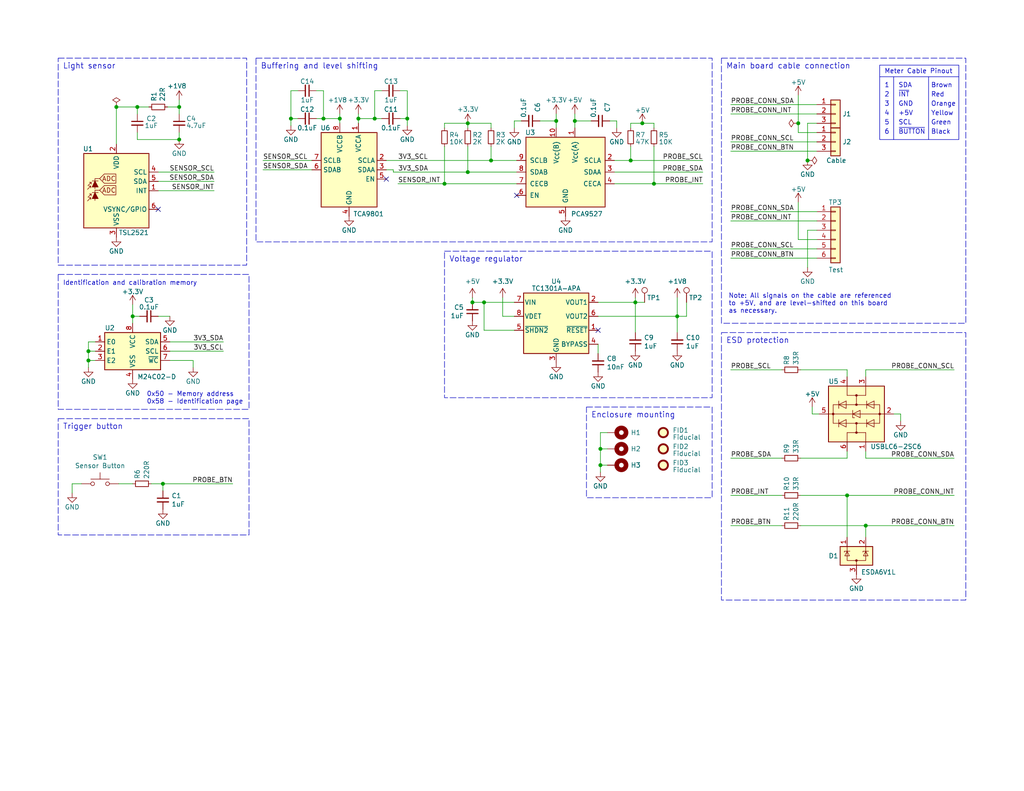
<source format=kicad_sch>
(kicad_sch (version 20230121) (generator eeschema)
  (paper "USLetter")
  (title_block (title "Printalyzer - Meter Probe (TSL2521)") (date "2023-12-08") (rev "D") (company "Dektronics, Inc.") (comment 1 "Derek Konigsberg"))
  (junction (at 175.26 33.655))
  (junction (at 178.435 50.165))
  (junction (at 48.895 38.1))
  (junction (at 217.805 33.655))
  (junction (at 92.71 32.385))
  (junction (at 163.83 122.555))
  (junction (at 156.845 33.02))
  (junction (at 127.635 33.655))
  (junction (at 102.235 32.385))
  (junction (at 97.79 32.385))
  (junction (at 79.375 32.385))
  (junction (at 231.14 135.255))
  (junction (at 37.465 29.21))
  (junction (at 111.125 32.385))
  (junction (at 173.355 82.55))
  (junction (at 121.285 50.165))
  (junction (at 128.905 82.55))
  (junction (at 151.765 33.02))
  (junction (at 184.785 86.36))
  (junction (at 132.08 82.55))
  (junction (at 88.265 32.385))
  (junction (at 220.345 43.815))
  (junction (at 236.22 143.51))
  (junction (at 24.13 98.425))
  (junction (at 24.13 95.885))
  (junction (at 44.45 132.08))
  (junction (at 163.83 127))
  (junction (at 127.635 46.99))
  (junction (at 48.895 29.21))
  (junction (at 172.085 43.815))
  (junction (at 36.195 86.36))
  (junction (at 31.75 29.21))
  (junction (at 133.985 43.815))
  (no_connect (at 163.195 90.17))
  (no_connect (at 140.97 53.34))
  (no_connect (at 43.18 57.15))
  (no_connect (at 105.41 48.895))
  (wire (pts (xy 137.16 81.28) (xy 137.16 86.36)))
  (wire (pts (xy 22.225 132.08) (xy 19.685 132.08)))
  (wire (pts (xy 231.14 100.965) (xy 218.44 100.965)))
  (wire (pts (xy 199.39 67.945) (xy 222.885 67.945)))
  (wire (pts (xy 24.13 93.345) (xy 24.13 95.885)))
  (wire (pts (xy 97.79 31.115) (xy 97.79 32.385)))
  (wire (pts (xy 107.315 46.355) (xy 105.41 46.355)))
  (wire (pts (xy 166.37 33.02) (xy 168.275 33.02)))
  (wire (pts (xy 86.36 32.385) (xy 88.265 32.385)))
  (wire (pts (xy 36.195 86.36) (xy 36.195 88.265)))
  (wire (pts (xy 97.79 32.385) (xy 97.79 33.655)))
  (wire (pts (xy 44.45 132.08) (xy 63.5 132.08)))
  (wire (pts (xy 199.39 28.575) (xy 222.885 28.575)))
  (wire (pts (xy 243.84 113.03) (xy 245.745 113.03)))
  (wire (pts (xy 88.265 24.765) (xy 88.265 32.385)))
  (wire (pts (xy 236.22 102.87) (xy 236.22 100.965)))
  (wire (pts (xy 19.685 132.08) (xy 19.685 134.62)))
  (wire (pts (xy 46.355 93.345) (xy 60.96 93.345)))
  (wire (pts (xy 175.26 33.655) (xy 178.435 33.655)))
  (wire (pts (xy 43.18 49.53) (xy 58.42 49.53)))
  (wire (pts (xy 40.64 29.21) (xy 37.465 29.21)))
  (wire (pts (xy 163.83 127) (xy 163.83 128.905)))
  (wire (pts (xy 199.39 60.325) (xy 222.885 60.325)))
  (wire (pts (xy 41.275 132.08) (xy 44.45 132.08)))
  (wire (pts (xy 217.805 55.245) (xy 217.805 65.405)))
  (wire (pts (xy 217.805 36.195) (xy 222.885 36.195)))
  (wire (pts (xy 167.64 43.815) (xy 172.085 43.815)))
  (wire (pts (xy 236.22 143.51) (xy 236.22 146.685)))
  (wire (pts (xy 140.335 33.02) (xy 140.335 34.925)))
  (wire (pts (xy 81.28 24.765) (xy 79.375 24.765)))
  (wire (pts (xy 231.14 102.87) (xy 231.14 100.965)))
  (wire (pts (xy 217.805 65.405) (xy 222.885 65.405)))
  (wire (pts (xy 222.885 33.655) (xy 220.345 33.655)))
  (wire (pts (xy 151.765 31.115) (xy 151.765 33.02)))
  (wire (pts (xy 218.44 143.51) (xy 236.22 143.51)))
  (wire (pts (xy 109.22 24.765) (xy 111.125 24.765)))
  (wire (pts (xy 31.75 29.21) (xy 31.75 39.37)))
  (wire (pts (xy 199.39 70.485) (xy 222.885 70.485)))
  (wire (pts (xy 48.895 29.21) (xy 48.895 31.115)))
  (polyline (pts (xy 253.365 20.955) (xy 253.365 38.1)) (stroke (width 0) (type solid)))
  (wire (pts (xy 132.08 90.17) (xy 132.08 82.55)))
  (wire (pts (xy 260.35 125.095) (xy 236.22 125.095)))
  (wire (pts (xy 199.39 57.785) (xy 222.885 57.785)))
  (wire (pts (xy 178.435 50.165) (xy 191.77 50.165)))
  (wire (pts (xy 199.39 125.095) (xy 213.36 125.095)))
  (wire (pts (xy 147.32 33.02) (xy 151.765 33.02)))
  (wire (pts (xy 45.72 29.21) (xy 48.895 29.21)))
  (wire (pts (xy 172.085 33.655) (xy 175.26 33.655)))
  (wire (pts (xy 172.085 43.815) (xy 191.77 43.815)))
  (wire (pts (xy 88.265 32.385) (xy 92.71 32.385)))
  (wire (pts (xy 199.39 41.275) (xy 222.885 41.275)))
  (wire (pts (xy 48.895 36.195) (xy 48.895 38.1)))
  (wire (pts (xy 163.83 122.555) (xy 163.83 127)))
  (wire (pts (xy 133.985 33.655) (xy 133.985 34.925)))
  (wire (pts (xy 167.64 46.99) (xy 191.77 46.99)))
  (wire (pts (xy 236.22 143.51) (xy 260.35 143.51)))
  (wire (pts (xy 102.235 32.385) (xy 104.14 32.385)))
  (wire (pts (xy 187.325 86.36) (xy 187.325 82.55)))
  (wire (pts (xy 71.755 46.355) (xy 85.09 46.355)))
  (wire (pts (xy 142.24 33.02) (xy 140.335 33.02)))
  (wire (pts (xy 220.345 33.655) (xy 220.345 43.815)))
  (wire (pts (xy 36.195 83.185) (xy 36.195 86.36)))
  (wire (pts (xy 140.335 90.17) (xy 132.08 90.17)))
  (wire (pts (xy 163.195 82.55) (xy 173.355 82.55)))
  (wire (pts (xy 173.355 82.55) (xy 173.355 90.805)))
  (wire (pts (xy 221.615 111.125) (xy 221.615 113.03)))
  (wire (pts (xy 184.785 81.28) (xy 184.785 86.36)))
  (wire (pts (xy 163.83 127) (xy 165.735 127)))
  (wire (pts (xy 79.375 32.385) (xy 79.375 34.29)))
  (wire (pts (xy 137.16 86.36) (xy 140.335 86.36)))
  (wire (pts (xy 199.39 38.735) (xy 222.885 38.735)))
  (wire (pts (xy 32.385 132.08) (xy 36.195 132.08)))
  (wire (pts (xy 127.635 40.005) (xy 127.635 46.99)))
  (wire (pts (xy 163.195 93.98) (xy 163.195 96.52)))
  (wire (pts (xy 173.355 82.55) (xy 175.895 82.55)))
  (wire (pts (xy 133.985 43.815) (xy 140.97 43.815)))
  (wire (pts (xy 38.1 86.36) (xy 36.195 86.36)))
  (wire (pts (xy 220.345 62.865) (xy 220.345 73.025)))
  (wire (pts (xy 127.635 34.925) (xy 127.635 33.655)))
  (wire (pts (xy 109.22 32.385) (xy 111.125 32.385)))
  (wire (pts (xy 163.195 86.36) (xy 184.785 86.36)))
  (wire (pts (xy 168.275 33.02) (xy 168.275 34.925)))
  (wire (pts (xy 167.64 50.165) (xy 178.435 50.165)))
  (wire (pts (xy 172.085 40.005) (xy 172.085 43.815)))
  (wire (pts (xy 156.845 33.02) (xy 161.29 33.02)))
  (wire (pts (xy 121.285 34.925) (xy 121.285 33.655)))
  (wire (pts (xy 199.39 100.965) (xy 213.36 100.965)))
  (wire (pts (xy 128.905 82.55) (xy 132.08 82.55)))
  (wire (pts (xy 156.845 33.02) (xy 156.845 34.925)))
  (wire (pts (xy 133.985 40.005) (xy 133.985 43.815)))
  (wire (pts (xy 222.885 62.865) (xy 220.345 62.865)))
  (wire (pts (xy 199.39 135.255) (xy 213.36 135.255)))
  (wire (pts (xy 24.13 98.425) (xy 24.13 100.33)))
  (wire (pts (xy 231.14 135.255) (xy 260.35 135.255)))
  (wire (pts (xy 43.18 52.07) (xy 58.42 52.07)))
  (wire (pts (xy 163.83 122.555) (xy 165.735 122.555)))
  (wire (pts (xy 121.285 50.165) (xy 140.97 50.165)))
  (wire (pts (xy 163.83 118.11) (xy 163.83 122.555)))
  (wire (pts (xy 92.71 32.385) (xy 92.71 33.655)))
  (wire (pts (xy 107.315 46.99) (xy 107.315 46.355)))
  (wire (pts (xy 127.635 33.655) (xy 133.985 33.655)))
  (wire (pts (xy 217.805 33.655) (xy 217.805 36.195)))
  (wire (pts (xy 48.895 27.305) (xy 48.895 29.21)))
  (wire (pts (xy 37.465 36.195) (xy 37.465 38.1)))
  (wire (pts (xy 107.315 46.99) (xy 127.635 46.99)))
  (wire (pts (xy 217.805 26.035) (xy 217.805 33.655)))
  (wire (pts (xy 43.18 46.99) (xy 58.42 46.99)))
  (wire (pts (xy 236.22 125.095) (xy 236.22 123.19)))
  (wire (pts (xy 92.71 31.115) (xy 92.71 32.385)))
  (wire (pts (xy 178.435 40.005) (xy 178.435 50.165)))
  (wire (pts (xy 37.465 29.21) (xy 37.465 31.115)))
  (wire (pts (xy 104.14 24.765) (xy 102.235 24.765)))
  (wire (pts (xy 151.765 33.02) (xy 151.765 34.925)))
  (wire (pts (xy 173.355 81.28) (xy 173.355 82.55)))
  (wire (pts (xy 44.45 132.08) (xy 44.45 133.985)))
  (wire (pts (xy 172.085 33.655) (xy 172.085 34.925)))
  (wire (pts (xy 231.14 125.095) (xy 218.44 125.095)))
  (wire (pts (xy 43.18 86.36) (xy 46.355 86.36)))
  (wire (pts (xy 236.22 100.965) (xy 260.35 100.965)))
  (wire (pts (xy 102.235 24.765) (xy 102.235 32.385)))
  (wire (pts (xy 121.285 40.005) (xy 121.285 50.165)))
  (wire (pts (xy 46.355 95.885) (xy 60.96 95.885)))
  (wire (pts (xy 156.845 31.115) (xy 156.845 33.02)))
  (wire (pts (xy 105.41 43.815) (xy 133.985 43.815)))
  (wire (pts (xy 132.08 82.55) (xy 140.335 82.55)))
  (wire (pts (xy 184.785 86.36) (xy 184.785 90.805)))
  (wire (pts (xy 184.785 86.36) (xy 187.325 86.36)))
  (wire (pts (xy 178.435 33.655) (xy 178.435 34.925)))
  (wire (pts (xy 231.14 135.255) (xy 231.14 146.685)))
  (wire (pts (xy 26.035 93.345) (xy 24.13 93.345)))
  (wire (pts (xy 127.635 46.99) (xy 140.97 46.99)))
  (wire (pts (xy 86.36 24.765) (xy 88.265 24.765)))
  (wire (pts (xy 231.14 123.19) (xy 231.14 125.095)))
  (wire (pts (xy 218.44 135.255) (xy 231.14 135.255)))
  (wire (pts (xy 199.39 31.115) (xy 222.885 31.115)))
  (wire (pts (xy 245.745 113.03) (xy 245.745 114.935)))
  (wire (pts (xy 79.375 32.385) (xy 81.28 32.385)))
  (wire (pts (xy 79.375 24.765) (xy 79.375 32.385)))
  (wire (pts (xy 111.125 32.385) (xy 111.125 34.29)))
  (wire (pts (xy 165.735 118.11) (xy 163.83 118.11)))
  (wire (pts (xy 128.905 81.28) (xy 128.905 82.55)))
  (wire (pts (xy 221.615 113.03) (xy 223.52 113.03)))
  (polyline (pts (xy 243.84 20.955) (xy 243.84 38.1)) (stroke (width 0) (type solid)))
  (wire (pts (xy 24.13 95.885) (xy 26.035 95.885)))
  (wire (pts (xy 111.125 24.765) (xy 111.125 32.385)))
  (wire (pts (xy 52.705 98.425) (xy 52.705 100.33)))
  (wire (pts (xy 37.465 38.1) (xy 48.895 38.1)))
  (wire (pts (xy 199.39 143.51) (xy 213.36 143.51)))
  (wire (pts (xy 37.465 29.21) (xy 31.75 29.21)))
  (wire (pts (xy 24.13 98.425) (xy 26.035 98.425)))
  (wire (pts (xy 121.285 33.655) (xy 127.635 33.655)))
  (wire (pts (xy 97.79 32.385) (xy 102.235 32.385)))
  (wire (pts (xy 24.13 95.885) (xy 24.13 98.425)))
  (polyline (pts (xy 240.03 20.955) (xy 261.62 20.955)) (stroke (width 0) (type solid)))
  (wire (pts (xy 108.585 50.165) (xy 121.285 50.165)))
  (wire (pts (xy 46.355 98.425) (xy 52.705 98.425)))
  (wire (pts (xy 71.755 43.815) (xy 85.09 43.815)))
  (rectangle (start 15.875 114.3) (end 67.945 146.05) (stroke (width 0) (type dash)))
  (rectangle (start 15.875 74.93) (end 67.945 111.76) (stroke (width 0) (type dash)))
  (rectangle (start 160.02 111.125) (end 194.31 135.89) (stroke (width 0) (type dash)))
  (rectangle (start 240.03 17.78) (end 261.62 38.1))
  (rectangle (start 196.85 15.875) (end 263.525 88.265) (stroke (width 0) (type dash)))
  (rectangle (start 69.85 15.875) (end 194.31 66.04) (stroke (width 0) (type dash)))
  (rectangle (start 196.85 90.805) (end 263.525 163.83) (stroke (width 0) (type dash)))
  (rectangle (start 15.875 15.875) (end 67.31 72.39) (stroke (width 0) (type dash)))
  (rectangle (start 121.285 68.58) (end 194.31 108.585) (stroke (width 0) (type dash)))
  (text "Meter Cable Pinout" (at 241.3 20.32 0) (effects (font (size 1.27 1.27)) (justify left bottom)))
  (text "2" (at 241.3 26.67 0) (effects (font (size 1.27 1.27)) (justify left bottom)))
  (text "Buffering and level shifting" (at 71.12 19.05 0) (effects (font (size 1.524 1.524)) (justify left bottom)))
  (text "5" (at 241.3 34.29 0) (effects (font (size 1.27 1.27)) (justify left bottom)))
  (text "6" (at 241.3 36.83 0) (effects (font (size 1.27 1.27)) (justify left bottom)))
  (text "~{INT}" (at 245.11 26.67 0) (effects (font (size 1.27 1.27)) (justify left bottom)))
  (text "Light sensor" (at 17.145 19.05 0) (effects (font (size 1.524 1.524)) (justify left bottom)))
  (text "1" (at 241.3 24.13 0) (effects (font (size 1.27 1.27)) (justify left bottom)))
  (text "Yellow" (at 254 31.75 0) (effects (font (size 1.27 1.27)) (justify left bottom)))
  (text "0x50 - Memory address\n0x58 - Identification page" (at 40.005 110.49 0) (effects (font (size 1.27 1.27)) (justify left bottom)))
  (text "Note: All signals on the cable are referenced\nto +5V, and are level-shifted on this board\nas necessary." (at 198.755 85.725 0) (effects (font (size 1.27 1.27)) (justify left bottom)))
  (text "Brown" (at 254 24.13 0) (effects (font (size 1.27 1.27)) (justify left bottom)))
  (text "Orange" (at 254 29.21 0) (effects (font (size 1.27 1.27)) (justify left bottom)))
  (text "Green" (at 254 34.29 0) (effects (font (size 1.27 1.27)) (justify left bottom)))
  (text "Identification and calibration memory" (at 17.145 78.105 0) (effects (font (size 1.27 1.27)) (justify left bottom)))
  (text "4" (at 241.3 31.75 0) (effects (font (size 1.27 1.27)) (justify left bottom)))
  (text "GND" (at 245.11 29.21 0) (effects (font (size 1.27 1.27)) (justify left bottom)))
  (text "+5V" (at 245.11 31.75 0) (effects (font (size 1.27 1.27)) (justify left bottom)))
  (text "Voltage regulator" (at 122.555 71.755 0) (effects (font (size 1.524 1.524)) (justify left bottom)))
  (text "Black" (at 254 36.83 0) (effects (font (size 1.27 1.27)) (justify left bottom)))
  (text "SDA" (at 245.11 24.13 0) (effects (font (size 1.27 1.27)) (justify left bottom)))
  (text "SCL" (at 245.11 34.29 0) (effects (font (size 1.27 1.27)) (justify left bottom)))
  (text "Enclosure mounting" (at 161.29 114.3 0) (effects (font (size 1.524 1.524)) (justify left bottom)))
  (text "Red" (at 254 26.67 0) (effects (font (size 1.27 1.27)) (justify left bottom)))
  (text "Main board cable connection" (at 198.12 19.05 0) (effects (font (size 1.524 1.524)) (justify left bottom)))
  (text "Trigger button" (at 17.145 117.475 0) (effects (font (size 1.524 1.524)) (justify left bottom)))
  (text "ESD protection" (at 198.12 93.98 0) (effects (font (size 1.524 1.524)) (justify left bottom)))
  (text "3" (at 241.3 29.21 0) (effects (font (size 1.27 1.27)) (justify left bottom)))
  (text "~{BUTTON}" (at 245.11 36.83 0) (effects (font (size 1.27 1.27)) (justify left bottom)))
  (label "PROBE_SDA" (at 199.39 125.095 0))
  (label "PROBE_BTN" (at 63.5 132.08 180))
  (label "PROBE_CONN_SDA" (at 199.39 57.785 0))
  (label "PROBE_BTN" (at 199.39 143.51 0))
  (label "3V3_SDA" (at 108.585 46.99 0))
  (label "PROBE_CONN_SDA" (at 199.39 28.575 0))
  (label "PROBE_CONN_INT" (at 199.39 60.325 0))
  (label "PROBE_CONN_BTN" (at 260.35 143.51 180))
  (label "PROBE_CONN_SCL" (at 199.39 67.945 0))
  (label "PROBE_SDA" (at 191.77 46.99 180))
  (label "SENSOR_INT" (at 58.42 52.07 180))
  (label "PROBE_SCL" (at 199.39 100.965 0))
  (label "PROBE_CONN_SDA" (at 260.35 125.095 180))
  (label "PROBE_CONN_INT" (at 260.35 135.255 180))
  (label "SENSOR_SCL" (at 58.42 46.99 180))
  (label "SENSOR_SDA" (at 58.42 49.53 180))
  (label "3V3_SCL" (at 108.585 43.815 0))
  (label "PROBE_INT" (at 199.39 135.255 0))
  (label "PROBE_CONN_INT" (at 199.39 31.115 0))
  (label "PROBE_INT" (at 191.77 50.165 180))
  (label "3V3_SDA" (at 60.96 93.345 180))
  (label "SENSOR_SCL" (at 71.755 43.815 0))
  (label "PROBE_CONN_BTN" (at 199.39 70.485 0))
  (label "SENSOR_SDA" (at 71.755 46.355 0))
  (label "PROBE_SCL" (at 191.77 43.815 180))
  (label "PROBE_CONN_SCL" (at 260.35 100.965 180))
  (label "PROBE_CONN_BTN" (at 199.39 41.275 0))
  (label "3V3_SCL" (at 60.96 95.885 180))
  (label "PROBE_CONN_SCL" (at 199.39 38.735 0))
  (label "SENSOR_INT" (at 108.585 50.165 0))
  (symbol (lib_id "Marquadt_Switch:SW_Key_6425_0101") (at 27.305 132.08 0) (unit 1)
    (property "Reference" "SW1" (at 27.305 124.841 0))
    (property "Value" "Sensor Button" (at 27.305 127.1524 0))
    (property "Footprint" "lib_fp:SW_Key_6425_0101" (effects hide))
    (property "Datasheet" "https://www.marquardt-switches.com/PLM-uploads/kzeichnung/64250101_00_K.pdf" (effects hide))
    (property "Description" "Switch 6425.0101 with button 827.100.011" (effects hide))
    (property "Manufacturer" "Marquardt Switches" (effects hide))
    (property "Manufacturer PN" "6425.0101" (effects hide))
    (property "Supplier" "Mouser" (effects hide))
    (property "Supplier PN" "979-6425.0101" (effects hide))
  )
  (symbol (lib_id "power:+5V") (at 156.845 31.115 0) (unit 1)
    (property "Reference" "#PWR019" (effects hide))
    (property "Value" "+5V" (at 156.845 27.305 0))
  )
  (symbol (lib_id "power:GND") (at 31.75 64.77 0) (unit 1)
    (property "Reference" "#PWR03" (effects hide))
    (property "Value" "GND" (at 31.75 68.58 0))
  )
  (symbol (lib_id "Device:R_Small") (at 121.285 37.465 0) (unit 1)
    (property "Reference" "R4" (at 122.555 36.83 0) (effects (justify left)))
    (property "Value" "10K" (at 122.555 38.735 0) (effects (justify left)))
    (property "Footprint" "Resistor_SMD:R_0603_1608Metric" (effects hide))
    (property "Datasheet" "https://www.vishay.com/docs/20035/dcrcwe3.pdf" (effects hide))
    (property "Description" "RES SMD 10K OHM 5% 1/10W 0603" (effects hide))
    (property "Manufacturer" "Vishay Dale" (effects hide))
    (property "Manufacturer PN" "CRCW060310K0JNEA" (effects hide))
    (property "Supplier" "Digi-Key" (effects hide))
    (property "Supplier PN" "541-10KGCT-ND" (effects hide))
  )
  (symbol (lib_id "Device:R_Small") (at 178.435 37.465 0) (unit 1)
    (property "Reference" "R5" (at 179.705 36.83 0) (effects (justify left)))
    (property "Value" "10K" (at 179.705 38.735 0) (effects (justify left)))
    (property "Footprint" "Resistor_SMD:R_0603_1608Metric" (effects hide))
    (property "Datasheet" "https://www.vishay.com/docs/20035/dcrcwe3.pdf" (effects hide))
    (property "Description" "RES SMD 10K OHM 5% 1/10W 0603" (effects hide))
    (property "Manufacturer" "Vishay Dale" (effects hide))
    (property "Manufacturer PN" "CRCW060310K0JNEA" (effects hide))
    (property "Supplier" "Digi-Key" (effects hide))
    (property "Supplier PN" "541-10KGCT-ND" (effects hide))
  )
  (symbol (lib_id "Device:R_Small") (at 127.635 37.465 0) (unit 1)
    (property "Reference" "R2" (at 128.905 36.83 0) (effects (justify left)))
    (property "Value" "2K" (at 128.905 38.735 0) (effects (justify left)))
    (property "Footprint" "Resistor_SMD:R_0603_1608Metric" (effects hide))
    (property "Datasheet" "https://www.vishay.com/docs/20035/dcrcwe3.pdf" (effects hide))
    (property "Description" "RES SMD 2K OHM 5% 1/10W 0603" (effects hide))
    (property "Manufacturer" "Vishay Dale" (effects hide))
    (property "Manufacturer PN" "CRCW06032K00JNEA" (effects hide))
    (property "Supplier" "Digi-Key" (effects hide))
    (property "Supplier PN" "541-2.0KGCT-ND" (effects hide))
  )
  (symbol (lib_id "Device:R_Small") (at 133.985 37.465 0) (unit 1)
    (property "Reference" "R3" (at 135.255 36.83 0) (effects (justify left)))
    (property "Value" "2K" (at 135.255 38.735 0) (effects (justify left)))
    (property "Footprint" "Resistor_SMD:R_0603_1608Metric" (effects hide))
    (property "Datasheet" "https://www.vishay.com/docs/20035/dcrcwe3.pdf" (effects hide))
    (property "Description" "RES SMD 2K OHM 5% 1/10W 0603" (effects hide))
    (property "Manufacturer" "Vishay Dale" (effects hide))
    (property "Manufacturer PN" "CRCW06032K00JNEA" (effects hide))
    (property "Supplier" "Digi-Key" (effects hide))
    (property "Supplier PN" "541-2.0KGCT-ND" (effects hide))
  )
  (symbol (lib_id "power:+5V") (at 217.805 26.035 0) (unit 1)
    (property "Reference" "#PWR029" (effects hide))
    (property "Value" "+5V" (at 217.805 22.479 0))
  )
  (symbol (lib_id "power:GND") (at 220.345 43.815 0) (unit 1)
    (property "Reference" "#PWR030" (effects hide))
    (property "Value" "GND" (at 220.345 47.625 0))
  )
  (symbol (lib_id "power:GND") (at 19.685 134.62 0) (unit 1)
    (property "Reference" "#PWR01" (effects hide))
    (property "Value" "GND" (at 19.685 138.43 0))
  )
  (symbol (lib_id "power:PWR_FLAG") (at 217.805 33.655 90) (unit 1)
    (property "Reference" "#FLG02" (effects hide))
    (property "Value" "PWR_FLAG" (effects hide))
  )
  (symbol (lib_id "power:PWR_FLAG") (at 220.345 43.815 270) (unit 1)
    (property "Reference" "#FLG03" (effects hide))
    (property "Value" "PWR_FLAG" (effects hide))
  )
  (symbol (lib_id "power:GND") (at 111.125 34.29 0) (unit 1)
    (property "Reference" "#PWR036" (effects hide))
    (property "Value" "GND" (at 111.125 38.1 0))
  )
  (symbol (lib_id "power:GND") (at 220.345 73.025 0) (unit 1)
    (property "Reference" "#PWR039" (effects hide))
    (property "Value" "GND" (at 220.345 76.835 0))
  )
  (symbol (lib_id "Mechanical:MountingHole_Pad") (at 168.275 118.11 270) (unit 1) (in_bom no)
    (property "Reference" "H1" (at 172.085 118.11 90) (effects (justify left)))
    (property "Value" "MountingHole_Pad" (effects hide))
    (property "Footprint" "MountingHole:MountingHole_2.7mm_M2.5_Pad_Via" (effects hide))
  )
  (symbol (lib_id "Memory_EEPROM:M24C02-RDW") (at 36.195 95.885 0) (unit 1)
    (property "Reference" "U2" (at 28.575 89.535 0) (effects (justify left)))
    (property "Value" "M24C02-D" (at 37.465 102.87 0) (effects (justify left)))
    (property "Footprint" "Package_SO:TSSOP-8_4.4x3mm_P0.65mm" (effects hide))
    (property "Datasheet" "https://www.st.com/content/ccc/resource/technical/document/datasheet/33/a5/35/f1/1f/3b/45/bb/DM00157643.pdf/files/DM00157643.pdf/jcr:content/translations/en.DM00157643.pdf" (effects hide))
    (property "Description" "IC EEPROM 2KBIT I2C 1MHZ 8TSSOP" (effects hide))
    (property "Manufacturer" "STMicroelectronics" (effects hide))
    (property "Manufacturer PN" "M24C02-DRDW8TP/K" (effects hide))
    (property "Supplier" "Digi-Key" (effects hide))
    (property "Supplier PN" "497-15342-1-ND" (effects hide))
  )
  (symbol (lib_id "power:GND") (at 163.83 128.905 0) (unit 1)
    (property "Reference" "#PWR032" (effects hide))
    (property "Value" "GND" (at 163.83 132.715 0))
  )
  (symbol (lib_id "power:+3.3V") (at 97.79 31.115 0) (unit 1)
    (property "Reference" "#PWR021" (effects hide))
    (property "Value" "+3.3V" (at 97.79 27.305 0))
  )
  (symbol (lib_id "Mechanical:MountingHole_Pad") (at 168.275 127 270) (unit 1) (in_bom no)
    (property "Reference" "H3" (at 172.085 127 90) (effects (justify left)))
    (property "Value" "MountingHole_Pad" (effects hide))
    (property "Footprint" "MountingHole:MountingHole_2.7mm_M2.5_Pad_Via" (effects hide))
  )
  (symbol (lib_id "Device:C_Small") (at 163.83 33.02 270) (unit 1)
    (property "Reference" "C7" (at 165.735 27.94 0) (effects (justify left)))
    (property "Value" "0.1uF" (at 161.925 26.67 0) (effects (justify left)))
    (property "Footprint" "Capacitor_SMD:C_0603_1608Metric" (effects hide))
    (property "Datasheet" "https://media.digikey.com/pdf/Data%20Sheets/Samsung%20PDFs/CL_Series_MLCC_ds.pdf" (effects hide))
    (property "Description" "CAP CER 0.1UF 25V X7R 0603" (effects hide))
    (property "Manufacturer" "Samsung Electro-Mechanics" (effects hide))
    (property "Manufacturer PN" "CL10B104KA8NNNC" (effects hide))
    (property "Supplier" "Digi-Key" (effects hide))
    (property "Supplier PN" "1276-1006-1-ND" (effects hide))
  )
  (symbol (lib_id "Mechanical:MountingHole_Pad") (at 168.275 122.555 270) (unit 1) (in_bom no)
    (property "Reference" "H2" (at 172.085 122.555 90) (effects (justify left)))
    (property "Value" "MountingHole_Pad" (effects hide))
    (property "Footprint" "MountingHole:MountingHole_2.7mm_M2.5_Pad_Via" (effects hide))
  )
  (symbol (lib_id "Mechanical:Fiducial") (at 180.975 118.11 0) (unit 1) (in_bom no)
    (property "Reference" "FID1" (at 183.515 117.475 0) (effects (justify left)))
    (property "Value" "Fiducial" (at 183.515 119.38 0) (effects (justify left)))
    (property "Footprint" "Fiducial:Fiducial_1mm_Mask2mm" (effects hide))
  )
  (symbol (lib_id "Device:C_Small") (at 83.82 24.765 270) (mirror x) (unit 1)
    (property "Reference" "C14" (at 83.82 22.225 90))
    (property "Value" "1uF" (at 83.82 27.305 90))
    (property "Footprint" "Capacitor_SMD:C_0603_1608Metric" (effects hide))
    (property "Datasheet" "https://media.digikey.com/pdf/Data%20Sheets/Samsung%20PDFs/CL10B105KA8NNNC_spec.pdf" (effects hide))
    (property "Description" "CAP CER 1UF 25V X7R 0603" (effects hide))
    (property "Manufacturer" "Samsung Electro-Mechanics" (effects hide))
    (property "Manufacturer PN" "CL10B105KA8NNNC" (effects hide))
    (property "Supplier" "LCSC" (effects hide))
    (property "Supplier PN" "C29936" (effects hide))
  )
  (symbol (lib_id "Device:C_Small") (at 128.905 85.09 0) (mirror x) (unit 1)
    (property "Reference" "C5" (at 126.5682 83.9216 0) (effects (justify right)))
    (property "Value" "1uF" (at 126.5682 86.233 0) (effects (justify right)))
    (property "Footprint" "Capacitor_SMD:C_0603_1608Metric" (effects hide))
    (property "Datasheet" "https://media.digikey.com/pdf/Data%20Sheets/Samsung%20PDFs/CL10B105KA8NNNC_spec.pdf" (effects hide))
    (property "Description" "CAP CER 1UF 25V X7R 0603" (effects hide))
    (property "Manufacturer" "Samsung Electro-Mechanics" (effects hide))
    (property "Manufacturer PN" "CL10B105KA8NNNC" (effects hide))
    (property "Supplier" "LCSC" (effects hide))
    (property "Supplier PN" "C29936" (effects hide))
  )
  (symbol (lib_id "Device:C_Small") (at 37.465 33.655 0) (unit 1)
    (property "Reference" "C2" (at 41.275 32.385 0))
    (property "Value" "1uF" (at 41.275 34.29 0))
    (property "Footprint" "Capacitor_SMD:C_0402_1005Metric" (effects hide))
    (property "Datasheet" "https://media.digikey.com/pdf/Data%20Sheets/Samsung%20PDFs/CL05A105KQ5NNNC_Spec.pdf" (effects hide))
    (property "Description" "CAP CER 1UF 6.3V X5R 0402" (effects hide))
    (property "Manufacturer" "Samsung Electro-Mechanics" (effects hide))
    (property "Manufacturer PN" "CL05A105KQ5NNNC" (effects hide))
    (property "Supplier" "LCSC" (effects hide))
    (property "Supplier PN" "C107372" (effects hide))
  )
  (symbol (lib_id "power:+5V") (at 175.26 33.655 0) (unit 1)
    (property "Reference" "#PWR024" (effects hide))
    (property "Value" "+5V" (at 175.26 30.099 0))
  )
  (symbol (lib_id "Device:C_Small") (at 83.82 32.385 270) (unit 1)
    (property "Reference" "C12" (at 83.82 29.845 90))
    (property "Value" "0.1uF" (at 83.82 34.925 90))
    (property "Footprint" "Capacitor_SMD:C_0603_1608Metric" (effects hide))
    (property "Datasheet" "https://media.digikey.com/pdf/Data%20Sheets/Samsung%20PDFs/CL_Series_MLCC_ds.pdf" (effects hide))
    (property "Description" "CAP CER 0.1UF 25V X7R 0603" (effects hide))
    (property "Manufacturer" "Samsung Electro-Mechanics" (effects hide))
    (property "Manufacturer PN" "CL10B104KA8NNNC" (effects hide))
    (property "Supplier" "Digi-Key" (effects hide))
    (property "Supplier PN" "1276-1006-1-ND" (effects hide))
  )
  (symbol (lib_id "power:GND") (at 154.305 59.055 0) (unit 1)
    (property "Reference" "#PWR018" (effects hide))
    (property "Value" "GND" (at 154.305 62.865 0))
  )
  (symbol (lib_id "power:GND") (at 173.355 95.885 0) (unit 1)
    (property "Reference" "#PWR026" (effects hide))
    (property "Value" "GND" (at 173.355 99.695 0))
  )
  (symbol (lib_id "Connector:TestPoint") (at 175.895 82.55 0) (unit 1) (in_bom no)
    (property "Reference" "TP1" (at 176.53 81.28 0) (effects (justify left)))
    (property "Value" "3.3V" (effects hide))
    (property "Footprint" "TestPoint:TestPoint_Pad_D2.0mm" (effects hide))
    (property "User Label" "3.3V" (effects hide))
  )
  (symbol (lib_id "power:PWR_FLAG") (at 31.75 29.21 0) (unit 1) (in_bom no)
    (property "Reference" "#FLG01" (effects hide))
    (property "Value" "PWR_FLAG" (effects hide))
  )
  (symbol (lib_id "Device:R_Small") (at 38.735 132.08 90) (mirror x) (unit 1)
    (property "Reference" "R6" (at 37.465 130.81 0) (effects (justify right)))
    (property "Value" "220R" (at 40.005 130.81 0) (effects (justify right)))
    (property "Footprint" "Resistor_SMD:R_0603_1608Metric" (effects hide))
    (property "Datasheet" "https://www.yageo.com/upload/media/product/productsearch/datasheet/rchip/PYu-RC_Group_51_RoHS_L_12.pdf" (effects hide))
    (property "Description" "RES 220 OHM 5% 1/10W 0603" (effects hide))
    (property "Manufacturer" "YAGEO" (effects hide))
    (property "Manufacturer PN" "RC0603JR-07220RL" (effects hide))
    (property "Supplier" "Digi-Key" (effects hide))
    (property "Supplier PN" "311-220GRCT-ND" (effects hide))
  )
  (symbol (lib_id "Device:C_Small") (at 106.68 24.765 270) (mirror x) (unit 1)
    (property "Reference" "C13" (at 106.68 22.225 90))
    (property "Value" "1uF" (at 106.68 27.305 90))
    (property "Footprint" "Capacitor_SMD:C_0603_1608Metric" (effects hide))
    (property "Datasheet" "https://media.digikey.com/pdf/Data%20Sheets/Samsung%20PDFs/CL10B105KA8NNNC_spec.pdf" (effects hide))
    (property "Description" "CAP CER 1UF 25V X7R 0603" (effects hide))
    (property "Manufacturer" "Samsung Electro-Mechanics" (effects hide))
    (property "Manufacturer PN" "CL10B105KA8NNNC" (effects hide))
    (property "Supplier" "LCSC" (effects hide))
    (property "Supplier PN" "C29936" (effects hide))
  )
  (symbol (lib_id "power:GND") (at 95.25 59.055 0) (unit 1)
    (property "Reference" "#PWR016" (effects hide))
    (property "Value" "GND" (at 95.25 62.865 0))
  )
  (symbol (lib_id "Project:PCA9527") (at 154.305 46.99 0) (mirror y) (unit 1)
    (property "Reference" "U3" (at 146.05 36.195 0) (effects (justify left)))
    (property "Value" "PCA9527" (at 164.465 58.42 0) (effects (justify left)))
    (property "Footprint" "Package_SO:TSSOP-10_3x3mm_P0.5mm" (effects hide))
    (property "Datasheet" "https://www.nxp.com/docs/en/data-sheet/PCA9527.pdf" (effects hide))
    (property "Description" "IC REDRIVER I2C 3CH 10TSSOP" (effects hide))
    (property "Manufacturer" "NXP USA Inc." (effects hide))
    (property "Manufacturer PN" "PCA9527DPZ" (effects hide))
    (property "Supplier" "Digi-Key" (effects hide))
    (property "Supplier PN" "568-PCA9527DPZCT-ND" (effects hide))
  )
  (symbol (lib_id "Power_Protection:USBLC6-2SC6") (at 233.68 113.03 90) (unit 1)
    (property "Reference" "U5" (at 226.06 104.14 90) (effects (justify right)))
    (property "Value" "USBLC6-2SC6" (at 237.49 121.92 90) (effects (justify right)))
    (property "Footprint" "Package_TO_SOT_SMD:SOT-23-6" (effects hide))
    (property "Datasheet" "https://www.st.com/resource/en/datasheet/usblc6-2.pdf" (effects hide))
    (property "Description" "TVS DIODE 5.25V 17V SOT23-6" (effects hide))
    (property "Manufacturer" "STMicroelectronics" (effects hide))
    (property "Manufacturer PN" "USBLC6-2SC6" (effects hide))
    (property "Supplier" "Digi-Key" (effects hide))
    (property "Supplier PN" "497-5235-1-ND" (effects hide))
  )
  (symbol (lib_id "Device:C_Small") (at 40.64 86.36 270) (unit 1)
    (property "Reference" "C3" (at 40.64 81.915 90))
    (property "Value" "0.1uF" (at 40.64 83.82 90))
    (property "Footprint" "Capacitor_SMD:C_0603_1608Metric" (effects hide))
    (property "Datasheet" "https://media.digikey.com/pdf/Data%20Sheets/Samsung%20PDFs/CL_Series_MLCC_ds.pdf" (effects hide))
    (property "Description" "CAP CER 0.1UF 25V X7R 0603" (effects hide))
    (property "Manufacturer" "Samsung Electro-Mechanics" (effects hide))
    (property "Manufacturer PN" "CL10B104KA8NNNC" (effects hide))
    (property "Supplier" "Digi-Key" (effects hide))
    (property "Supplier PN" "1276-1006-1-ND" (effects hide))
  )
  (symbol (lib_id "Device:R_Small") (at 43.18 29.21 90) (unit 1)
    (property "Reference" "R1" (at 42.0116 27.7114 0) (effects (justify left)))
    (property "Value" "22R" (at 44.323 27.7114 0) (effects (justify left)))
    (property "Footprint" "Resistor_SMD:R_0402_1005Metric" (effects hide))
    (property "Datasheet" "https://datasheet.lcsc.com/lcsc/1810231323_YAGEO-AC0402JR-0722RL_C144722.pdf" (effects hide))
    (property "Description" "RES SMD 22 OHM 5% 1/16W 0402" (effects hide))
    (property "Manufacturer" "Yaego" (effects hide))
    (property "Manufacturer PN" "AC0402JR-0722RL" (effects hide))
    (property "Supplier" "LCSC" (effects hide))
    (property "Supplier PN" "C144722" (effects hide))
  )
  (symbol (lib_id "Connector_Generic:Conn_01x03") (at 227.965 38.735 0) (unit 1)
    (property "Reference" "J2" (at 229.87 38.735 0) (effects (justify left)))
    (property "Value" "Cable" (at 225.425 43.815 0) (effects (justify left)))
    (property "Footprint" "lib_fp:AVX_IDC-009175-003-001" (effects hide))
    (property "Datasheet" "https://datasheets.kyocera-avx.com/Standard_00-9175.pdf" (effects hide))
    (property "Description" "3-WAY WIRE TO BOARD 28 AWG" (effects hide))
    (property "Manufacturer" "KYOCERA AVX" (effects hide))
    (property "Manufacturer PN" "009175003001006" (effects hide))
    (property "Supplier" "Mouser" (effects hide))
    (property "Supplier PN" "581-009175003001006" (effects hide))
  )
  (symbol (lib_id "power:GND") (at 163.195 101.6 0) (unit 1)
    (property "Reference" "#PWR023" (effects hide))
    (property "Value" "GND" (at 163.195 105.41 0))
  )
  (symbol (lib_id "power:GND") (at 184.785 95.885 0) (unit 1)
    (property "Reference" "#PWR028" (effects hide))
    (property "Value" "GND" (at 184.785 99.695 0))
  )
  (symbol (lib_id "Device:R_Small") (at 215.9 125.095 90) (unit 1)
    (property "Reference" "R9" (at 214.63 123.825 0) (effects (justify left)))
    (property "Value" "33R" (at 217.17 123.825 0) (effects (justify left)))
    (property "Footprint" "Resistor_SMD:R_0603_1608Metric" (effects hide))
    (property "Datasheet" "https://www.yageo.com/upload/media/product/productsearch/datasheet/rchip/PYu-RC_Group_51_RoHS_L_12.pdf" (effects hide))
    (property "Description" "RES 33 OHM 5% 1/10W 0603" (effects hide))
    (property "Manufacturer" "YAGEO" (effects hide))
    (property "Manufacturer PN" "RC0603JR-0733RL" (effects hide))
    (property "Supplier" "Digi-Key" (effects hide))
    (property "Supplier PN" "311-33GRCT-ND" (effects hide))
  )
  (symbol (lib_id "Device:C_Small") (at 144.78 33.02 270) (unit 1)
    (property "Reference" "C6" (at 146.685 27.94 0) (effects (justify left)))
    (property "Value" "0.1uF" (at 142.875 26.67 0) (effects (justify left)))
    (property "Footprint" "Capacitor_SMD:C_0603_1608Metric" (effects hide))
    (property "Datasheet" "https://media.digikey.com/pdf/Data%20Sheets/Samsung%20PDFs/CL_Series_MLCC_ds.pdf" (effects hide))
    (property "Description" "CAP CER 0.1UF 25V X7R 0603" (effects hide))
    (property "Manufacturer" "Samsung Electro-Mechanics" (effects hide))
    (property "Manufacturer PN" "CL10B104KA8NNNC" (effects hide))
    (property "Supplier" "Digi-Key" (effects hide))
    (property "Supplier PN" "1276-1006-1-ND" (effects hide))
  )
  (symbol (lib_id "power:GND") (at 79.375 34.29 0) (unit 1)
    (property "Reference" "#PWR037" (effects hide))
    (property "Value" "GND" (at 79.375 38.1 0))
  )
  (symbol (lib_id "Mechanical:Fiducial") (at 180.975 122.555 0) (unit 1) (in_bom no)
    (property "Reference" "FID2" (at 183.515 121.92 0) (effects (justify left)))
    (property "Value" "Fiducial" (at 183.515 123.825 0) (effects (justify left)))
    (property "Footprint" "Fiducial:Fiducial_1mm_Mask2mm" (effects hide))
  )
  (symbol (lib_id "power:GND") (at 48.895 38.1 0) (unit 1)
    (property "Reference" "#PWR09" (effects hide))
    (property "Value" "GND" (at 48.895 41.91 0))
  )
  (symbol (lib_id "power:GND") (at 44.45 139.065 0) (unit 1)
    (property "Reference" "#PWR04" (effects hide))
    (property "Value" "GND" (at 44.45 142.875 0))
  )
  (symbol (lib_id "Device:R_Small") (at 172.085 37.465 0) (unit 1)
    (property "Reference" "R7" (at 173.355 36.83 0) (effects (justify left)))
    (property "Value" "47K" (at 173.355 38.735 0) (effects (justify left)))
    (property "Footprint" "Resistor_SMD:R_0603_1608Metric" (effects hide))
    (property "Datasheet" "https://www.vishay.com/docs/20035/dcrcwe3.pdf" (effects hide))
    (property "Description" "RES SMD 47K OHM 5% 1/10W 0603" (effects hide))
    (property "Manufacturer" "Vishay Dale" (effects hide))
    (property "Manufacturer PN" "CRCW060347K0JNEA" (effects hide))
    (property "Supplier" "Digi-Key" (effects hide))
    (property "Supplier PN" "541-47KGCT-ND" (effects hide))
  )
  (symbol (lib_id "Project:ESDA6V1L") (at 233.68 151.765 0) (unit 1)
    (property "Reference" "D1" (at 226.06 151.765 0) (effects (justify left)))
    (property "Value" "ESDA6V1L" (at 234.95 156.21 0) (effects (justify left)))
    (property "Footprint" "lib_fp:SOT23-3L" (effects hide))
    (property "Datasheet" "https://www.st.com/content/ccc/resource/technical/document/datasheet/eb/9f/a7/ac/7b/b6/46/7f/CD00002057.pdf/files/CD00002057.pdf/jcr:content/translations/en.CD00002057.pdf" (effects hide))
    (property "Description" "TVS DIODE 5.25VWM SOT23-3" (effects hide))
    (property "Manufacturer" "STMicroelectronics" (effects hide))
    (property "Manufacturer PN" "ESDA6V1L" (effects hide))
    (property "Supplier" "Digi-Key" (effects hide))
    (property "Supplier PN" "497-2930-1-ND" (effects hide))
  )
  (symbol (lib_id "power:GND") (at 24.13 100.33 0) (unit 1)
    (property "Reference" "#PWR02" (effects hide))
    (property "Value" "GND" (at 24.13 104.14 0))
  )
  (symbol (lib_id "Device:R_Small") (at 215.9 100.965 90) (unit 1)
    (property "Reference" "R8" (at 214.63 99.695 0) (effects (justify left)))
    (property "Value" "33R" (at 217.17 99.695 0) (effects (justify left)))
    (property "Footprint" "Resistor_SMD:R_0603_1608Metric" (effects hide))
    (property "Datasheet" "https://www.yageo.com/upload/media/product/productsearch/datasheet/rchip/PYu-RC_Group_51_RoHS_L_12.pdf" (effects hide))
    (property "Description" "RES 33 OHM 5% 1/10W 0603" (effects hide))
    (property "Manufacturer" "YAGEO" (effects hide))
    (property "Manufacturer PN" "RC0603JR-0733RL" (effects hide))
    (property "Supplier" "Digi-Key" (effects hide))
    (property "Supplier PN" "311-33GRCT-ND" (effects hide))
  )
  (symbol (lib_id "power:GND") (at 128.905 87.63 0) (unit 1)
    (property "Reference" "#PWR013" (effects hide))
    (property "Value" "GND" (at 128.905 91.44 0))
  )
  (symbol (lib_id "power:+3.3V") (at 127.635 33.655 0) (unit 1)
    (property "Reference" "#PWR011" (effects hide))
    (property "Value" "+3.3V" (at 127.635 29.845 0))
  )
  (symbol (lib_id "power:+1V8") (at 92.71 31.115 0) (unit 1)
    (property "Reference" "#PWR035" (effects hide))
    (property "Value" "+1V8" (at 92.075 27.305 0))
  )
  (symbol (lib_id "Project:TC1301A") (at 151.765 87.63 0) (unit 1)
    (property "Reference" "U4" (at 151.765 76.835 0))
    (property "Value" "TC1301A-APA" (at 151.765 78.74 0))
    (property "Footprint" "Package_SO:MSOP-8_3x3mm_P0.65mm" (effects hide))
    (property "Datasheet" "https://ww1.microchip.com/downloads/en/DeviceDoc/21798c.pdf" (effects hide))
    (property "Description" "IC REG LIN 3.3V/1.8V/2.63V 8MSOP" (effects hide))
    (property "Manufacturer" "Microchip Technology" (effects hide))
    (property "Manufacturer PN" "TC1301A-APAVUATR" (effects hide))
    (property "Supplier" "Mouser" (effects hide))
    (property "Supplier PN" "579-TC1301A-APAVUATR" (effects hide))
  )
  (symbol (lib_id "power:GND") (at 52.705 100.33 0) (unit 1)
    (property "Reference" "#PWR010" (effects hide))
    (property "Value" "GND" (at 52.705 104.14 0))
  )
  (symbol (lib_id "Connector_Generic:Conn_01x06") (at 227.965 62.865 0) (unit 1) (in_bom no)
    (property "Reference" "TP3" (at 226.06 55.245 0) (effects (justify left)))
    (property "Value" "Test" (at 226.06 73.66 0) (effects (justify left)))
    (property "Footprint" "lib_fp:TestPoint_1x06_P2.54mm" (effects hide))
  )
  (symbol (lib_id "Device:R_Small") (at 215.9 143.51 90) (mirror x) (unit 1)
    (property "Reference" "R11" (at 214.63 142.24 0) (effects (justify right)))
    (property "Value" "220R" (at 217.17 142.24 0) (effects (justify right)))
    (property "Footprint" "Resistor_SMD:R_0603_1608Metric" (effects hide))
    (property "Datasheet" "https://www.yageo.com/upload/media/product/productsearch/datasheet/rchip/PYu-RC_Group_51_RoHS_L_12.pdf" (effects hide))
    (property "Description" "RES 220 OHM 5% 1/10W 0603" (effects hide))
    (property "Manufacturer" "YAGEO" (effects hide))
    (property "Manufacturer PN" "RC0603JR-07220RL" (effects hide))
    (property "Supplier" "Digi-Key" (effects hide))
    (property "Supplier PN" "311-220GRCT-ND" (effects hide))
  )
  (symbol (lib_id "Device:C_Small") (at 48.895 33.655 0) (unit 1)
    (property "Reference" "C4" (at 50.8 32.385 0) (effects (justify left)))
    (property "Value" "4.7uF" (at 50.8 34.29 0) (effects (justify left)))
    (property "Footprint" "Capacitor_SMD:C_0402_1005Metric" (effects hide))
    (property "Datasheet" "https://media.digikey.com/pdf/Data%20Sheets/Samsung%20PDFs/CL05A475KQ5NRNC_Spec.pdf" (effects hide))
    (property "Description" "CAP CER 4.7UF 6.3V X5R 0402" (effects hide))
    (property "Manufacturer" "Samsung Electro-Mechanics" (effects hide))
    (property "Manufacturer PN" "CL05A475KQ5NRNC" (effects hide))
    (property "Supplier" "Digi-Key" (effects hide))
    (property "Supplier PN" "1276-1481-1-ND" (effects hide))
  )
  (symbol (lib_id "power:+3.3V") (at 137.16 81.28 0) (unit 1)
    (property "Reference" "#PWR015" (effects hide))
    (property "Value" "+3.3V" (at 137.16 76.835 0))
  )
  (symbol (lib_id "power:GND") (at 140.335 34.925 0) (unit 1)
    (property "Reference" "#PWR014" (effects hide))
    (property "Value" "GND" (at 140.335 38.735 0))
  )
  (symbol (lib_id "Connector_Generic:Conn_01x03") (at 227.965 31.115 0) (unit 1)
    (property "Reference" "J1" (at 229.87 31.115 0) (effects (justify left)))
    (property "Value" "Cable" (effects hide))
    (property "Footprint" "lib_fp:AVX_IDC-009175-003-001" (effects hide))
    (property "Datasheet" "https://datasheets.kyocera-avx.com/Standard_00-9175.pdf" (effects hide))
    (property "Description" "3-WAY WIRE TO BOARD 28 AWG" (effects hide))
    (property "Manufacturer" "KYOCERA AVX" (effects hide))
    (property "Manufacturer PN" "009175003001006" (effects hide))
    (property "Supplier" "Mouser" (effects hide))
    (property "Supplier PN" "581-009175003001006" (effects hide))
  )
  (symbol (lib_id "power:GND") (at 36.195 103.505 0) (unit 1)
    (property "Reference" "#PWR06" (effects hide))
    (property "Value" "GND" (at 36.195 107.315 0))
  )
  (symbol (lib_id "power:GND") (at 168.275 34.925 0) (unit 1)
    (property "Reference" "#PWR022" (effects hide))
    (property "Value" "GND" (at 168.275 38.735 0))
  )
  (symbol (lib_id "power:+1V8") (at 184.785 81.28 0) (unit 1)
    (property "Reference" "#PWR027" (effects hide))
    (property "Value" "+1V8" (at 184.785 76.835 0))
  )
  (symbol (lib_id "Connector:TestPoint") (at 187.325 82.55 0) (unit 1) (in_bom no)
    (property "Reference" "TP2" (at 187.96 81.28 0) (effects (justify left)))
    (property "Value" "1.8V" (effects hide))
    (property "Footprint" "TestPoint:TestPoint_Pad_D2.0mm" (effects hide))
    (property "User Label" "3.3V" (effects hide))
  )
  (symbol (lib_id "Device:C_Small") (at 184.785 93.345 180) (unit 1)
    (property "Reference" "C10" (at 187.1218 92.1766 0) (effects (justify right)))
    (property "Value" "1uF" (at 187.1218 94.488 0) (effects (justify right)))
    (property "Footprint" "Capacitor_SMD:C_0603_1608Metric" (effects hide))
    (property "Datasheet" "https://media.digikey.com/pdf/Data%20Sheets/Samsung%20PDFs/CL10B105KA8NNNC_spec.pdf" (effects hide))
    (property "Description" "CAP CER 1UF 25V X7R 0603" (effects hide))
    (property "Manufacturer" "Samsung Electro-Mechanics" (effects hide))
    (property "Manufacturer PN" "CL10B105KA8NNNC" (effects hide))
    (property "Supplier" "LCSC" (effects hide))
    (property "Supplier PN" "C29936" (effects hide))
  )
  (symbol (lib_id "Device:C_Small") (at 173.355 93.345 180) (unit 1)
    (property "Reference" "C9" (at 175.6918 92.1766 0) (effects (justify right)))
    (property "Value" "1uF" (at 175.6918 94.488 0) (effects (justify right)))
    (property "Footprint" "Capacitor_SMD:C_0603_1608Metric" (effects hide))
    (property "Datasheet" "https://media.digikey.com/pdf/Data%20Sheets/Samsung%20PDFs/CL10B105KA8NNNC_spec.pdf" (effects hide))
    (property "Description" "CAP CER 1UF 25V X7R 0603" (effects hide))
    (property "Manufacturer" "Samsung Electro-Mechanics" (effects hide))
    (property "Manufacturer PN" "CL10B105KA8NNNC" (effects hide))
    (property "Supplier" "LCSC" (effects hide))
    (property "Supplier PN" "C29936" (effects hide))
  )
  (symbol (lib_id "Mechanical:Fiducial") (at 180.975 127 0) (unit 1) (in_bom no)
    (property "Reference" "FID3" (at 183.515 126.365 0) (effects (justify left)))
    (property "Value" "Fiducial" (at 183.515 128.27 0) (effects (justify left)))
    (property "Footprint" "Fiducial:Fiducial_1mm_Mask2mm" (effects hide))
  )
  (symbol (lib_id "power:GND") (at 245.745 114.935 0) (unit 1)
    (property "Reference" "#PWR034" (effects hide))
    (property "Value" "GND" (at 245.745 118.745 0))
  )
  (symbol (lib_id "power:+3.3V") (at 173.355 81.28 0) (unit 1)
    (property "Reference" "#PWR025" (effects hide))
    (property "Value" "+3.3V" (at 173.355 76.835 0))
  )
  (symbol (lib_id "power:GND") (at 233.68 156.845 0) (unit 1)
    (property "Reference" "#PWR033" (effects hide))
    (property "Value" "GND" (at 233.68 160.655 0))
  )
  (symbol (lib_id "power:GND") (at 151.765 99.06 0) (unit 1)
    (property "Reference" "#PWR020" (effects hide))
    (property "Value" "GND" (at 151.765 102.87 0))
  )
  (symbol (lib_id "power:+5V") (at 217.805 55.245 0) (unit 1)
    (property "Reference" "#PWR038" (effects hide))
    (property "Value" "+5V" (at 217.805 51.689 0))
  )
  (symbol (lib_id "power:+5V") (at 221.615 111.125 0) (unit 1)
    (property "Reference" "#PWR031" (effects hide))
    (property "Value" "+5V" (at 221.615 107.569 0))
  )
  (symbol (lib_id "power:+3.3V") (at 151.765 31.115 0) (unit 1)
    (property "Reference" "#PWR017" (effects hide))
    (property "Value" "+3.3V" (at 151.765 27.305 0))
  )
  (symbol (lib_id "power:+1V8") (at 48.895 27.305 0) (unit 1)
    (property "Reference" "#PWR08" (effects hide))
    (property "Value" "+1V8" (at 48.26 23.495 0))
  )
  (symbol (lib_id "Interface:TCA9801") (at 95.25 46.355 0) (mirror y) (unit 1)
    (property "Reference" "U6" (at 90.17 34.925 0) (effects (justify left)))
    (property "Value" "TCA9801" (at 104.775 58.42 0) (effects (justify left)))
    (property "Footprint" "Package_SO:VSSOP-8_3.0x3.0mm_P0.65mm" (effects hide))
    (property "Datasheet" "http://www.ti.com/lit/ds/symlink/tca9801.pdf" (effects hide))
    (property "Description" "I2C TRANSLATOR BIDIRECTIONAL" (effects hide))
    (property "Manufacturer" "Texas Instruments" (effects hide))
    (property "Manufacturer PN" "TCA9801DGKR" (effects hide))
    (property "Supplier" "Mouser" (effects hide))
    (property "Supplier PN" "595-TCA9801DGKR" (effects hide))
  )
  (symbol (lib_id "power:+3.3V") (at 36.195 83.185 0) (unit 1)
    (property "Reference" "#PWR05" (effects hide))
    (property "Value" "+3.3V" (at 36.195 79.629 0))
  )
  (symbol (lib_id "Project:TSL2521") (at 31.75 52.07 0) (unit 1)
    (property "Reference" "U1" (at 25.4 40.64 0) (effects (justify right)))
    (property "Value" "TSL2521" (at 40.64 63.5 0) (effects (justify right)))
    (property "Footprint" "lib_fp:AMS_TSL2585_OLGA-6_2x1mm_P0.65mm" (effects hide))
    (property "Datasheet" "https://ams.com/documents/20143/4410901/TSL2521_DS001069_3-00.pdf" (effects hide))
    (property "Description" "AMBIENT LIGHT SENSOR" (effects hide))
    (property "Manufacturer" "ams OSRAM" (effects hide))
    (property "Manufacturer PN" "TSL25213M" (effects hide))
    (property "Supplier" "Digi-Key" (effects hide))
    (property "Supplier PN" "4991-TSL25213MCT-ND" (effects hide))
  )
  (symbol (lib_id "Device:C_Small") (at 106.68 32.385 90) (unit 1)
    (property "Reference" "C11" (at 106.68 29.845 90))
    (property "Value" "0.1uF" (at 106.68 34.925 90))
    (property "Footprint" "Capacitor_SMD:C_0603_1608Metric" (effects hide))
    (property "Datasheet" "https://media.digikey.com/pdf/Data%20Sheets/Samsung%20PDFs/CL_Series_MLCC_ds.pdf" (effects hide))
    (property "Description" "CAP CER 0.1UF 25V X7R 0603" (effects hide))
    (property "Manufacturer" "Samsung Electro-Mechanics" (effects hide))
    (property "Manufacturer PN" "CL10B104KA8NNNC" (effects hide))
    (property "Supplier" "Digi-Key" (effects hide))
    (property "Supplier PN" "1276-1006-1-ND" (effects hide))
  )
  (symbol (lib_id "power:GND") (at 46.355 86.36 0) (unit 1)
    (property "Reference" "#PWR07" (effects hide))
    (property "Value" "GND" (at 46.355 90.17 0))
  )
  (symbol (lib_id "Device:C_Small") (at 163.195 99.06 180) (unit 1)
    (property "Reference" "C8" (at 165.5318 97.8916 0) (effects (justify right)))
    (property "Value" "10nF" (at 165.5318 100.203 0) (effects (justify right)))
    (property "Footprint" "Capacitor_SMD:C_0805_2012Metric" (effects hide))
    (property "Datasheet" "https://www.mouser.com/datasheet/2/585/MLCC-1837944.pdf" (effects hide))
    (property "Description" "CAP CER 10000PF 50V X7R 0805" (effects hide))
    (property "Manufacturer" "Samsung Electro-Mechanic" (effects hide))
    (property "Manufacturer PN" "CL21B103KBANNNC" (effects hide))
    (property "Supplier" "Digi-Key" (effects hide))
    (property "Supplier PN" "1276-1015-1-ND" (effects hide))
  )
  (symbol (lib_id "power:+5V") (at 128.905 81.28 0) (unit 1)
    (property "Reference" "#PWR012" (effects hide))
    (property "Value" "+5V" (at 128.905 76.835 0))
  )
  (symbol (lib_id "Device:C_Small") (at 44.45 136.525 0) (unit 1)
    (property "Reference" "C1" (at 46.7868 135.3566 0) (effects (justify left)))
    (property "Value" "1uF" (at 46.7868 137.668 0) (effects (justify left)))
    (property "Footprint" "Capacitor_SMD:C_0603_1608Metric" (effects hide))
    (property "Datasheet" "https://media.digikey.com/pdf/Data%20Sheets/Samsung%20PDFs/CL_Series_MLCC_ds.pdf" (effects hide))
    (property "Description" "CAP CER 1UF 25V X7R 0603" (effects hide))
    (property "Manufacturer" "Samsung Electro-Mechanics" (effects hide))
    (property "Manufacturer PN" "CL10B105KA8NNNC" (effects hide))
    (property "Supplier" "Digi-Key" (effects hide))
    (property "Supplier PN" "1276-1184-1-ND" (effects hide))
  )
  (symbol (lib_id "Device:R_Small") (at 215.9 135.255 90) (unit 1)
    (property "Reference" "R10" (at 214.63 133.985 0) (effects (justify left)))
    (property "Value" "33R" (at 217.17 133.985 0) (effects (justify left)))
    (property "Footprint" "Resistor_SMD:R_0603_1608Metric" (effects hide))
    (property "Datasheet" "https://www.yageo.com/upload/media/product/productsearch/datasheet/rchip/PYu-RC_Group_51_RoHS_L_12.pdf" (effects hide))
    (property "Description" "RES 33 OHM 5% 1/10W 0603" (effects hide))
    (property "Manufacturer" "YAGEO" (effects hide))
    (property "Manufacturer PN" "RC0603JR-0733RL" (effects hide))
    (property "Supplier" "Digi-Key" (effects hide))
    (property "Supplier PN" "311-33GRCT-ND" (effects hide))
  )
)
</source>
